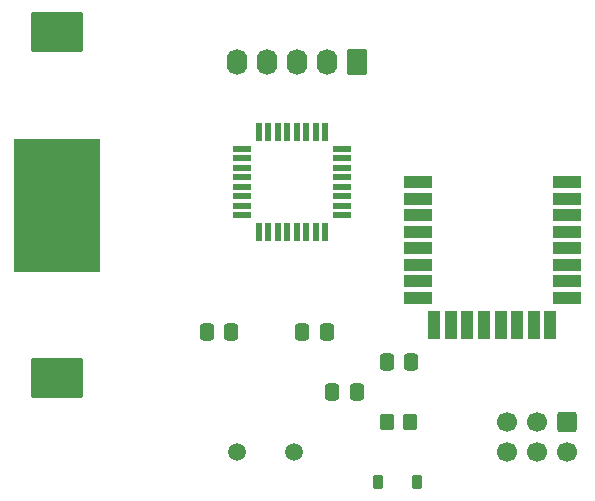
<source format=gbr>
G04 #@! TF.GenerationSoftware,KiCad,Pcbnew,7.0.10*
G04 #@! TF.CreationDate,2024-04-04T22:50:49-05:00*
G04 #@! TF.ProjectId,keychain,6b657963-6861-4696-9e2e-6b696361645f,rev?*
G04 #@! TF.SameCoordinates,Original*
G04 #@! TF.FileFunction,Soldermask,Top*
G04 #@! TF.FilePolarity,Negative*
%FSLAX46Y46*%
G04 Gerber Fmt 4.6, Leading zero omitted, Abs format (unit mm)*
G04 Created by KiCad (PCBNEW 7.0.10) date 2024-04-04 22:50:49*
%MOMM*%
%LPD*%
G01*
G04 APERTURE LIST*
G04 Aperture macros list*
%AMRoundRect*
0 Rectangle with rounded corners*
0 $1 Rounding radius*
0 $2 $3 $4 $5 $6 $7 $8 $9 X,Y pos of 4 corners*
0 Add a 4 corners polygon primitive as box body*
4,1,4,$2,$3,$4,$5,$6,$7,$8,$9,$2,$3,0*
0 Add four circle primitives for the rounded corners*
1,1,$1+$1,$2,$3*
1,1,$1+$1,$4,$5*
1,1,$1+$1,$6,$7*
1,1,$1+$1,$8,$9*
0 Add four rect primitives between the rounded corners*
20,1,$1+$1,$2,$3,$4,$5,0*
20,1,$1+$1,$4,$5,$6,$7,0*
20,1,$1+$1,$6,$7,$8,$9,0*
20,1,$1+$1,$8,$9,$2,$3,0*%
G04 Aperture macros list end*
%ADD10C,0.000009*%
%ADD11RoundRect,0.250000X0.337500X0.475000X-0.337500X0.475000X-0.337500X-0.475000X0.337500X-0.475000X0*%
%ADD12R,1.600000X0.550000*%
%ADD13R,0.550000X1.600000*%
%ADD14RoundRect,0.102000X2.100000X-1.600000X2.100000X1.600000X-2.100000X1.600000X-2.100000X-1.600000X0*%
%ADD15RoundRect,0.250000X-0.600000X0.600000X-0.600000X-0.600000X0.600000X-0.600000X0.600000X0.600000X0*%
%ADD16C,1.700000*%
%ADD17C,1.500000*%
%ADD18R,2.450000X1.000000*%
%ADD19R,1.000000X2.450000*%
%ADD20RoundRect,0.250000X0.620000X0.845000X-0.620000X0.845000X-0.620000X-0.845000X0.620000X-0.845000X0*%
%ADD21O,1.740000X2.190000*%
%ADD22RoundRect,0.250000X-0.350000X-0.450000X0.350000X-0.450000X0.350000X0.450000X-0.350000X0.450000X0*%
%ADD23RoundRect,0.225000X-0.225000X-0.375000X0.225000X-0.375000X0.225000X0.375000X-0.225000X0.375000X0*%
%ADD24RoundRect,0.250000X-0.337500X-0.475000X0.337500X-0.475000X0.337500X0.475000X-0.337500X0.475000X0*%
G04 APERTURE END LIST*
G04 #@! TO.C,REF\u002A\u002A*
D10*
X115360000Y-76130000D02*
X108160000Y-76130000D01*
X108160000Y-64930000D01*
X115360000Y-64930000D01*
X115360000Y-76130000D01*
G36*
X115360000Y-76130000D02*
G01*
X108160000Y-76130000D01*
X108160000Y-64930000D01*
X115360000Y-64930000D01*
X115360000Y-76130000D01*
G37*
G04 #@! TD*
D11*
G04 #@! TO.C,C3*
X126535000Y-81280000D03*
X124460000Y-81280000D03*
G04 #@! TD*
D12*
G04 #@! TO.C,U1*
X135930000Y-71380000D03*
X135930000Y-70580000D03*
X135930000Y-69780000D03*
X135930000Y-68980000D03*
X135930000Y-68180000D03*
X135930000Y-67380000D03*
X135930000Y-66580000D03*
X135930000Y-65780000D03*
D13*
X134480000Y-64330000D03*
X133680000Y-64330000D03*
X132880000Y-64330000D03*
X132080000Y-64330000D03*
X131280000Y-64330000D03*
X130480000Y-64330000D03*
X129680000Y-64330000D03*
X128880000Y-64330000D03*
D12*
X127430000Y-65780000D03*
X127430000Y-66580000D03*
X127430000Y-67380000D03*
X127430000Y-68180000D03*
X127430000Y-68980000D03*
X127430000Y-69780000D03*
X127430000Y-70580000D03*
X127430000Y-71380000D03*
D13*
X128880000Y-72830000D03*
X129680000Y-72830000D03*
X130480000Y-72830000D03*
X131280000Y-72830000D03*
X132080000Y-72830000D03*
X132880000Y-72830000D03*
X133680000Y-72830000D03*
X134480000Y-72830000D03*
G04 #@! TD*
D11*
G04 #@! TO.C,C2*
X134620000Y-81280000D03*
X132545000Y-81280000D03*
G04 #@! TD*
D14*
G04 #@! TO.C,REF\u002A\u002A*
X111760000Y-85180000D03*
X111760000Y-55880000D03*
G04 #@! TD*
D15*
G04 #@! TO.C,J3*
X154940000Y-88900000D03*
D16*
X154940000Y-91440000D03*
X152400000Y-88900000D03*
X152400000Y-91440000D03*
X149860000Y-88900000D03*
X149860000Y-91440000D03*
G04 #@! TD*
D17*
G04 #@! TO.C,Y1*
X131880000Y-91440000D03*
X127000000Y-91440000D03*
G04 #@! TD*
D18*
G04 #@! TO.C,DWM1*
X142340000Y-68580000D03*
X142340000Y-69980000D03*
X142340000Y-71380000D03*
X142340000Y-72780000D03*
X142340000Y-74180000D03*
X142340000Y-75580000D03*
X142340000Y-76980000D03*
X142340000Y-78380000D03*
D19*
X143740000Y-80675000D03*
X145140000Y-80675000D03*
X146540000Y-80675000D03*
X147940000Y-80675000D03*
X149340000Y-80675000D03*
X150740000Y-80675000D03*
X152140000Y-80675000D03*
X153540000Y-80675000D03*
D18*
X154940000Y-78378800D03*
X154940000Y-76978800D03*
X154940000Y-75580000D03*
X154940000Y-74180000D03*
X154940000Y-72780000D03*
X154940000Y-71380000D03*
X154940000Y-69980000D03*
X154940000Y-68580000D03*
G04 #@! TD*
D20*
G04 #@! TO.C,J1*
X137160000Y-58420000D03*
D21*
X134620000Y-58420000D03*
X132080000Y-58420000D03*
X129540000Y-58420000D03*
X127000000Y-58420000D03*
G04 #@! TD*
D11*
G04 #@! TO.C,C1*
X137160000Y-86360000D03*
X135085000Y-86360000D03*
G04 #@! TD*
D22*
G04 #@! TO.C,R3*
X139700000Y-88900000D03*
X141700000Y-88900000D03*
G04 #@! TD*
D23*
G04 #@! TO.C,D1*
X138940000Y-93980000D03*
X142240000Y-93980000D03*
G04 #@! TD*
D24*
G04 #@! TO.C,C4*
X139700000Y-83820000D03*
X141775000Y-83820000D03*
G04 #@! TD*
M02*

</source>
